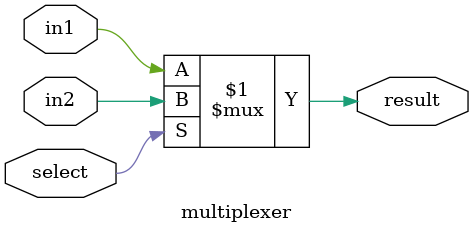
<source format=v>
module solution_2_1( in1 , in2 , select , result );

input in1 , in2 , select ;
output result ;

assign result = select ? in2 : in1 ; 


endmodule 



`timescale 1ns/1ps
module multiplexer(in1 , in2 , select , result );

input in1 , in2 , select ;
output result ;

assign #2 result = select ? in2 : in1 ;

endmodule
</source>
